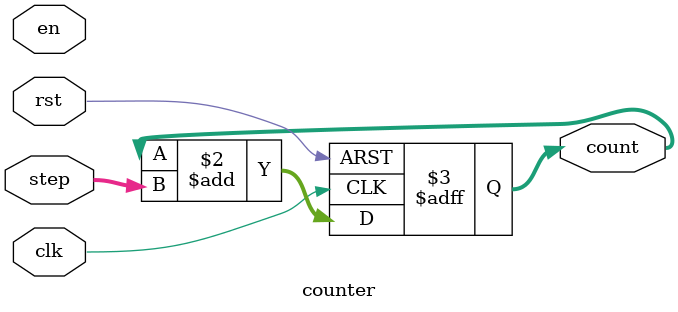
<source format=sv>
module counter #(
    parameter WIDTH = 8
)(

    input  logic             clk,
    input  logic             rst,
    input  logic             en,
    input  logic [WIDTH-1:0] step,
    output logic [WIDTH-1:0] count
);

always_ff @ (posedge clk or posedge rst) // asynchronous reset
    if (rst) count <= {WIDTH{1'b0}};
    else     count <= count + step;

endmodule

</source>
